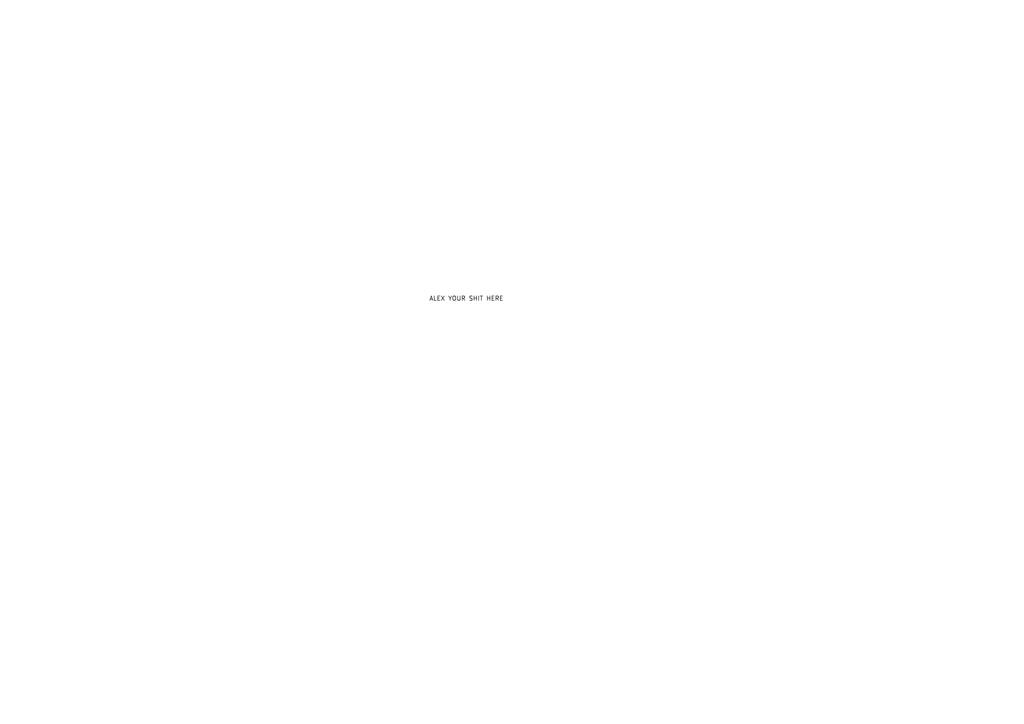
<source format=kicad_sch>
(kicad_sch (version 20230121) (generator eeschema)
  (paper "A4")
  (lib_symbols)
  (label "ALEX YOUR SHIT HERE" (at 124.46 87.63 0))
)
</source>
